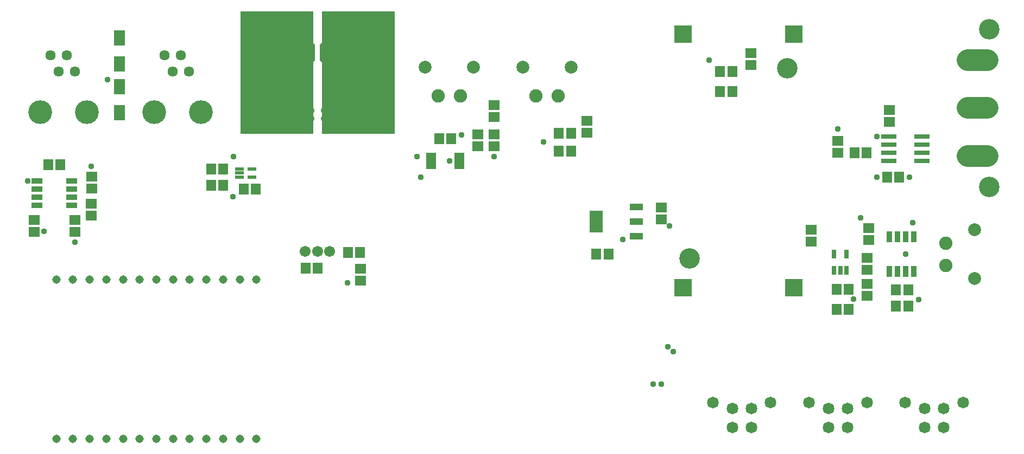
<source format=gbr>
G04 EAGLE Gerber RS-274X export*
G75*
%MOMM*%
%FSLAX34Y34*%
%LPD*%
%INSoldermask Top*%
%IPPOS*%
%AMOC8*
5,1,8,0,0,1.08239X$1,22.5*%
G01*
%ADD10R,11.430000X19.228000*%
%ADD11R,0.853200X1.731200*%
%ADD12C,1.311200*%
%ADD13R,1.503200X1.703200*%
%ADD14R,0.803200X1.403200*%
%ADD15R,1.703200X1.503200*%
%ADD16C,2.078200*%
%ADD17C,2.003200*%
%ADD18R,2.703200X2.703200*%
%ADD19C,3.203200*%
%ADD20R,2.053200X1.103200*%
%ADD21R,2.053200X3.403200*%
%ADD22C,1.211200*%
%ADD23C,4.203200*%
%ADD24C,1.703200*%
%ADD25P,6.731600X8X202.500000*%
%ADD26R,1.603200X0.503200*%
%ADD27R,2.403200X0.803200*%
%ADD28C,3.403200*%
%ADD29R,1.731200X0.853200*%
%ADD30R,1.803200X1.503200*%
%ADD31R,1.503200X1.803200*%
%ADD32C,3.703200*%
%ADD33C,1.611200*%
%ADD34R,1.753200X2.403200*%
%ADD35C,1.823200*%
%ADD36R,1.403200X0.603200*%
%ADD37C,0.959600*%


D10*
X422910Y639700D03*
X549910Y639700D03*
D11*
X1416050Y382710D03*
X1403350Y382710D03*
X1390650Y382710D03*
X1377950Y382710D03*
X1377950Y328490D03*
X1390650Y328490D03*
X1403350Y328490D03*
X1416050Y328490D03*
D12*
X391300Y66850D03*
X365300Y66850D03*
X339300Y66850D03*
X313300Y66850D03*
X287300Y66850D03*
X261300Y66850D03*
X235300Y66850D03*
X209300Y66850D03*
X183300Y66850D03*
X157300Y66850D03*
X131300Y66850D03*
X105300Y66850D03*
X79300Y66850D03*
X391300Y315850D03*
X339300Y315850D03*
X313300Y315850D03*
X287300Y315850D03*
X261300Y315850D03*
X235300Y315850D03*
X209300Y315850D03*
X183300Y315850D03*
X157300Y315850D03*
X131300Y315850D03*
X105300Y315850D03*
X79300Y315850D03*
X365300Y315850D03*
D13*
X1388770Y299720D03*
X1407770Y299720D03*
X1388770Y274320D03*
X1407770Y274320D03*
D14*
X1292250Y330400D03*
X1301750Y330400D03*
X1311250Y330400D03*
X1311250Y355400D03*
X1292250Y355400D03*
D13*
X1296060Y269240D03*
X1315060Y269240D03*
X1296060Y300990D03*
X1315060Y300990D03*
D15*
X1346200Y377850D03*
X1346200Y396850D03*
X1256030Y394310D03*
X1256030Y375310D03*
D16*
X1466450Y338100D03*
X1466450Y373100D03*
D17*
X1511450Y393600D03*
X1511450Y317600D03*
D15*
X1343660Y330860D03*
X1343660Y349860D03*
X1343660Y309220D03*
X1343660Y290220D03*
D18*
X1229360Y699770D03*
X1056640Y699770D03*
X1056640Y303530D03*
X1229360Y303530D03*
D19*
X1219200Y646430D03*
X1066800Y349250D03*
D20*
X983500Y383400D03*
X983500Y406400D03*
X983500Y429400D03*
D21*
X921500Y406400D03*
D13*
X921410Y355600D03*
X940410Y355600D03*
D15*
X1022350Y428600D03*
X1022350Y409600D03*
D22*
X397510Y580390D03*
X575310Y580390D03*
D23*
X556410Y574040D02*
X516410Y574040D01*
X456410Y574040D02*
X416410Y574040D01*
D24*
X467310Y360040D03*
X486410Y360040D03*
X505510Y360040D03*
D22*
X575310Y567690D03*
X397510Y567690D03*
X568160Y557790D03*
X556410Y554040D03*
X543160Y554040D03*
X529910Y554040D03*
X516410Y554040D03*
X504660Y557790D03*
X497410Y567790D03*
X497410Y580290D03*
X504660Y590290D03*
X516410Y594040D03*
X529910Y594040D03*
X543160Y594040D03*
X556410Y594040D03*
X568160Y590290D03*
X404660Y557790D03*
X416410Y554040D03*
X429660Y554040D03*
X443160Y554040D03*
X456410Y554040D03*
X468160Y557790D03*
X475410Y567790D03*
X475410Y580290D03*
X468160Y590290D03*
X456410Y594040D03*
X443160Y594040D03*
X429660Y594040D03*
X416410Y594040D03*
X404660Y590290D03*
D13*
X468020Y334010D03*
X487020Y334010D03*
D15*
X553720Y333350D03*
X553720Y314350D03*
D13*
X534060Y358140D03*
X553060Y358140D03*
D25*
X521420Y670560D03*
X451420Y670560D03*
D26*
X707800Y491650D03*
X707800Y496650D03*
X707800Y501650D03*
X707800Y506650D03*
X707800Y511650D03*
X663800Y511650D03*
X663800Y506650D03*
X663800Y501650D03*
X663800Y496650D03*
X663800Y491650D03*
D13*
X676300Y535940D03*
X695300Y535940D03*
D16*
X862050Y602850D03*
X827050Y602850D03*
D17*
X806550Y647850D03*
X882550Y647850D03*
D15*
X906780Y564490D03*
X906780Y545490D03*
D13*
X881990Y544830D03*
X862990Y544830D03*
X881990Y516890D03*
X862990Y516890D03*
D16*
X709650Y602850D03*
X674650Y602850D03*
D17*
X654150Y647850D03*
X730150Y647850D03*
D15*
X762000Y588620D03*
X762000Y569620D03*
X736600Y542900D03*
X736600Y523900D03*
X762000Y542900D03*
X762000Y523900D03*
X1162050Y669900D03*
X1162050Y650900D03*
D13*
X1133450Y609600D03*
X1114450Y609600D03*
X1133450Y641350D03*
X1114450Y641350D03*
X1374800Y476250D03*
X1393800Y476250D03*
D15*
X1297940Y513740D03*
X1297940Y532740D03*
D13*
X1343000Y514350D03*
X1324000Y514350D03*
D27*
X1429350Y514350D03*
X1377350Y514350D03*
X1429350Y501650D03*
X1429350Y527050D03*
X1429350Y539750D03*
X1377350Y501650D03*
X1377350Y527050D03*
X1377350Y539750D03*
D28*
X1499950Y659280D02*
X1531950Y659280D01*
X1531950Y584200D02*
X1499950Y584200D01*
X1499950Y509120D02*
X1531950Y509120D01*
D19*
X1534000Y707180D03*
X1534000Y461220D03*
D15*
X1377950Y581000D03*
X1377950Y562000D03*
D29*
X103310Y431800D03*
X103310Y444500D03*
X103310Y457200D03*
X103310Y469900D03*
X49090Y469900D03*
X49090Y457200D03*
X49090Y444500D03*
X49090Y431800D03*
D30*
X133350Y434950D03*
X133350Y415950D03*
X107950Y409550D03*
X107950Y390550D03*
D31*
X66700Y495300D03*
X85700Y495300D03*
D30*
X134620Y476860D03*
X134620Y457860D03*
D32*
X53900Y577850D03*
X126900Y577850D03*
D33*
X69850Y666800D03*
X82550Y641350D03*
X95250Y666800D03*
X107950Y641350D03*
D34*
X177800Y652600D03*
X177800Y693600D03*
X177800Y576400D03*
X177800Y617400D03*
D15*
X44450Y409550D03*
X44450Y390550D03*
D35*
X1163250Y84700D03*
X1133250Y84700D03*
X1163250Y114700D03*
X1133250Y114700D03*
X1103250Y124100D03*
X1193250Y124100D03*
X1313250Y84700D03*
X1283250Y84700D03*
X1313250Y114700D03*
X1283250Y114700D03*
X1253250Y124100D03*
X1343250Y124100D03*
X1463250Y84700D03*
X1433250Y84700D03*
X1463250Y114700D03*
X1433250Y114700D03*
X1403250Y124100D03*
X1493250Y124100D03*
D36*
X365150Y489100D03*
X365150Y482600D03*
X365150Y476100D03*
X384150Y476100D03*
X384150Y489100D03*
D13*
X390500Y457200D03*
X371500Y457200D03*
X339700Y463550D03*
X320700Y463550D03*
X320700Y488950D03*
X339700Y488950D03*
D32*
X231700Y577850D03*
X304700Y577850D03*
D33*
X247650Y666800D03*
X260350Y641350D03*
X273050Y666800D03*
X285750Y641350D03*
D37*
X34290Y469900D03*
X60198Y391160D03*
X133350Y492760D03*
X354330Y445770D03*
X533400Y311150D03*
X762000Y508000D03*
X692150Y501650D03*
X711200Y542290D03*
X1322070Y285750D03*
X1423670Y284480D03*
X1403350Y355600D03*
X1297940Y551180D03*
X1414780Y405130D03*
X1409700Y476250D03*
X1358900Y539750D03*
X158750Y628650D03*
X962660Y378460D03*
X1035050Y400050D03*
X355600Y508000D03*
X1097280Y659130D03*
X838708Y531114D03*
X107950Y374650D03*
X1333500Y412750D03*
X1358900Y476250D03*
X641350Y508000D03*
X647700Y476250D03*
X1022350Y152400D03*
X1009650Y152400D03*
X1041400Y203200D03*
X1032510Y210820D03*
X514350Y711200D03*
X508000Y628650D03*
X533400Y615950D03*
X558800Y628650D03*
X577850Y609600D03*
X596900Y590550D03*
X596900Y628650D03*
X577850Y647700D03*
X558800Y666750D03*
X596900Y666750D03*
X577850Y685800D03*
X558800Y704850D03*
X539750Y723900D03*
X577850Y723900D03*
X596900Y704850D03*
X596900Y552450D03*
X374650Y552450D03*
X374650Y590550D03*
X393700Y609600D03*
X374650Y628650D03*
X412750Y628650D03*
X393700Y647700D03*
X374650Y666750D03*
X412750Y666750D03*
X393700Y685800D03*
X444500Y615950D03*
X463550Y628650D03*
X412750Y704850D03*
X393700Y723900D03*
X374650Y704850D03*
X438150Y723900D03*
X463550Y711200D03*
M02*

</source>
